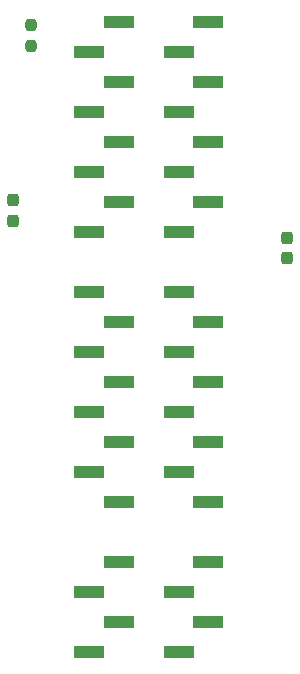
<source format=gbr>
G04 #@! TF.GenerationSoftware,KiCad,Pcbnew,9.0.6-9.0.6~ubuntu25.10.1*
G04 #@! TF.CreationDate,2025-12-22T11:42:11+09:00*
G04 #@! TF.ProjectId,bionic-s80c196kc,62696f6e-6963-42d7-9338-30633139366b,1*
G04 #@! TF.SameCoordinates,Original*
G04 #@! TF.FileFunction,Paste,Bot*
G04 #@! TF.FilePolarity,Positive*
%FSLAX46Y46*%
G04 Gerber Fmt 4.6, Leading zero omitted, Abs format (unit mm)*
G04 Created by KiCad (PCBNEW 9.0.6-9.0.6~ubuntu25.10.1) date 2025-12-22 11:42:11*
%MOMM*%
%LPD*%
G01*
G04 APERTURE LIST*
G04 Aperture macros list*
%AMRoundRect*
0 Rectangle with rounded corners*
0 $1 Rounding radius*
0 $2 $3 $4 $5 $6 $7 $8 $9 X,Y pos of 4 corners*
0 Add a 4 corners polygon primitive as box body*
4,1,4,$2,$3,$4,$5,$6,$7,$8,$9,$2,$3,0*
0 Add four circle primitives for the rounded corners*
1,1,$1+$1,$2,$3*
1,1,$1+$1,$4,$5*
1,1,$1+$1,$6,$7*
1,1,$1+$1,$8,$9*
0 Add four rect primitives between the rounded corners*
20,1,$1+$1,$2,$3,$4,$5,0*
20,1,$1+$1,$4,$5,$6,$7,0*
20,1,$1+$1,$6,$7,$8,$9,0*
20,1,$1+$1,$8,$9,$2,$3,0*%
G04 Aperture macros list end*
%ADD10RoundRect,0.237500X-0.237500X0.250000X-0.237500X-0.250000X0.237500X-0.250000X0.237500X0.250000X0*%
%ADD11RoundRect,0.237500X0.237500X-0.300000X0.237500X0.300000X-0.237500X0.300000X-0.237500X-0.300000X0*%
%ADD12R,2.510000X1.000000*%
G04 APERTURE END LIST*
D10*
X103717800Y-77850500D03*
X103717800Y-79675500D03*
D11*
X125409400Y-97634100D03*
X125409400Y-95909100D03*
X102193800Y-94433700D03*
X102193800Y-92708700D03*
D12*
X116240000Y-130960000D03*
X118729200Y-128420000D03*
X116240000Y-125880000D03*
X118729200Y-123340000D03*
X118729200Y-118260000D03*
X116240000Y-115720000D03*
X118729200Y-113180000D03*
X116240000Y-110640000D03*
X118729200Y-108100000D03*
X116240000Y-105560000D03*
X118729200Y-103020000D03*
X116240000Y-100480000D03*
X116240000Y-95400000D03*
X118729200Y-92860000D03*
X116240000Y-90320000D03*
X118729200Y-87780000D03*
X116240000Y-85240000D03*
X118729200Y-82700000D03*
X116240000Y-80160000D03*
X118729200Y-77620000D03*
X111155400Y-77620000D03*
X108666200Y-80160000D03*
X111155400Y-82700000D03*
X108666200Y-85240000D03*
X111155400Y-87780000D03*
X108666200Y-90320000D03*
X111155400Y-92860000D03*
X108666200Y-95400000D03*
X108666200Y-100480000D03*
X111155400Y-103020000D03*
X108666200Y-105560000D03*
X111155400Y-108100000D03*
X108666200Y-110640000D03*
X111155400Y-113180000D03*
X108666200Y-115720000D03*
X111155400Y-118260000D03*
X111155400Y-123340000D03*
X108666200Y-125880000D03*
X111155400Y-128420000D03*
X108666200Y-130960000D03*
M02*

</source>
